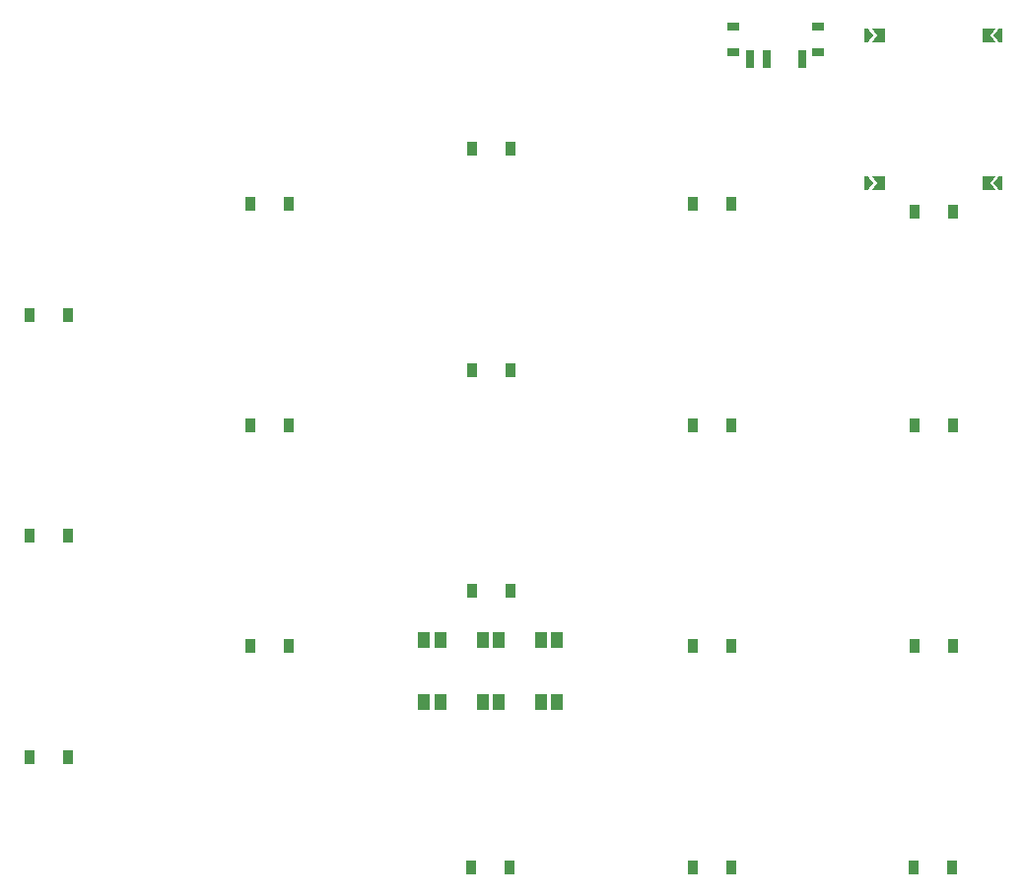
<source format=gbr>
%TF.GenerationSoftware,KiCad,Pcbnew,9.0.4*%
%TF.CreationDate,2025-08-20T23:04:38+02:00*%
%TF.ProjectId,PlusMinus38,506c7573-4d69-46e7-9573-33382e6b6963,v1.0.0*%
%TF.SameCoordinates,Original*%
%TF.FileFunction,Paste,Top*%
%TF.FilePolarity,Positive*%
%FSLAX46Y46*%
G04 Gerber Fmt 4.6, Leading zero omitted, Abs format (unit mm)*
G04 Created by KiCad (PCBNEW 9.0.4) date 2025-08-20 23:04:38*
%MOMM*%
%LPD*%
G01*
G04 APERTURE LIST*
G04 Aperture macros list*
%AMFreePoly0*
4,1,6,0.500000,-0.625000,-0.650000,-0.625000,-0.150000,0.000000,-0.650000,0.625000,0.500000,0.625000,0.500000,-0.625000,0.500000,-0.625000,$1*%
%AMFreePoly1*
4,1,6,0.250000,0.000000,-0.250000,-0.625000,-0.500000,-0.625000,-0.500000,0.625000,-0.250000,0.625000,0.250000,0.000000,0.250000,0.000000,$1*%
G04 Aperture macros list end*
%ADD10R,0.700000X1.500000*%
%ADD11R,1.000000X0.800000*%
%ADD12R,0.900000X1.200000*%
%ADD13FreePoly0,180.000000*%
%ADD14FreePoly1,180.000000*%
%ADD15FreePoly0,0.000000*%
%ADD16FreePoly1,0.000000*%
%ADD17R,1.000000X1.400000*%
G04 APERTURE END LIST*
D10*
%TO.C,PWR1*%
X109554000Y-44696000D03*
X111054000Y-44696000D03*
X114054000Y-44696000D03*
D11*
X115454000Y-41836000D03*
X108154000Y-41836000D03*
X115454000Y-44046000D03*
X108154000Y-44046000D03*
%TD*%
D12*
%TO.C,D9*%
X85690000Y-52380000D03*
X88990000Y-52380000D03*
%TD*%
%TO.C,D6*%
X66690000Y-57142500D03*
X69990000Y-57142500D03*
%TD*%
%TO.C,D17*%
X104640000Y-114192500D03*
X107940000Y-114192500D03*
%TD*%
%TO.C,D13*%
X123690000Y-95142500D03*
X126990000Y-95142500D03*
%TD*%
%TO.C,D18*%
X123640000Y-114192500D03*
X126940000Y-114192500D03*
%TD*%
%TO.C,D12*%
X104690000Y-57142500D03*
X107990000Y-57142500D03*
%TD*%
D13*
%TO.C,*%
X130055000Y-42642500D03*
%TD*%
D12*
%TO.C,D2*%
X47690000Y-85667500D03*
X50990000Y-85667500D03*
%TD*%
D14*
%TO.C,*%
X130780000Y-55367500D03*
%TD*%
D12*
%TO.C,D16*%
X85640000Y-114192500D03*
X88940000Y-114192500D03*
%TD*%
%TO.C,D7*%
X85690000Y-90380000D03*
X88990000Y-90380000D03*
%TD*%
D15*
%TO.C,*%
X120625000Y-55367500D03*
%TD*%
D14*
%TO.C,*%
X130780000Y-42642500D03*
%TD*%
D12*
%TO.C,D4*%
X66690000Y-95142500D03*
X69990000Y-95142500D03*
%TD*%
%TO.C,D14*%
X123690000Y-76142500D03*
X126990000Y-76142500D03*
%TD*%
D15*
%TO.C,*%
X120625000Y-42642500D03*
%TD*%
D12*
%TO.C,D3*%
X47690000Y-66667500D03*
X50990000Y-66667500D03*
%TD*%
%TO.C,D15*%
X123690000Y-57807500D03*
X126990000Y-57807500D03*
%TD*%
%TO.C,D10*%
X104690000Y-95142500D03*
X107990000Y-95142500D03*
%TD*%
%TO.C,D11*%
X104690000Y-76142500D03*
X107990000Y-76142500D03*
%TD*%
D13*
%TO.C,*%
X130055000Y-55367500D03*
%TD*%
D12*
%TO.C,D1*%
X47690000Y-104667500D03*
X50990000Y-104667500D03*
%TD*%
%TO.C,D8*%
X85690000Y-71380000D03*
X88990000Y-71380000D03*
%TD*%
D16*
%TO.C,*%
X119900000Y-55367500D03*
%TD*%
%TO.C,*%
X119900000Y-42642500D03*
%TD*%
D12*
%TO.C,D5*%
X66690000Y-76142500D03*
X69990000Y-76142500D03*
%TD*%
D17*
%TO.C,LED1*%
X82990000Y-99986250D03*
X81590000Y-99986250D03*
X81590000Y-94586250D03*
X82990000Y-94586250D03*
%TD*%
%TO.C,LED1*%
X87990000Y-99986250D03*
X86590000Y-99986250D03*
X86590000Y-94586250D03*
X87990000Y-94586250D03*
%TD*%
%TO.C,LED1*%
X92990000Y-99986250D03*
X91590000Y-99986250D03*
X91590000Y-94586250D03*
X92990000Y-94586250D03*
%TD*%
M02*

</source>
